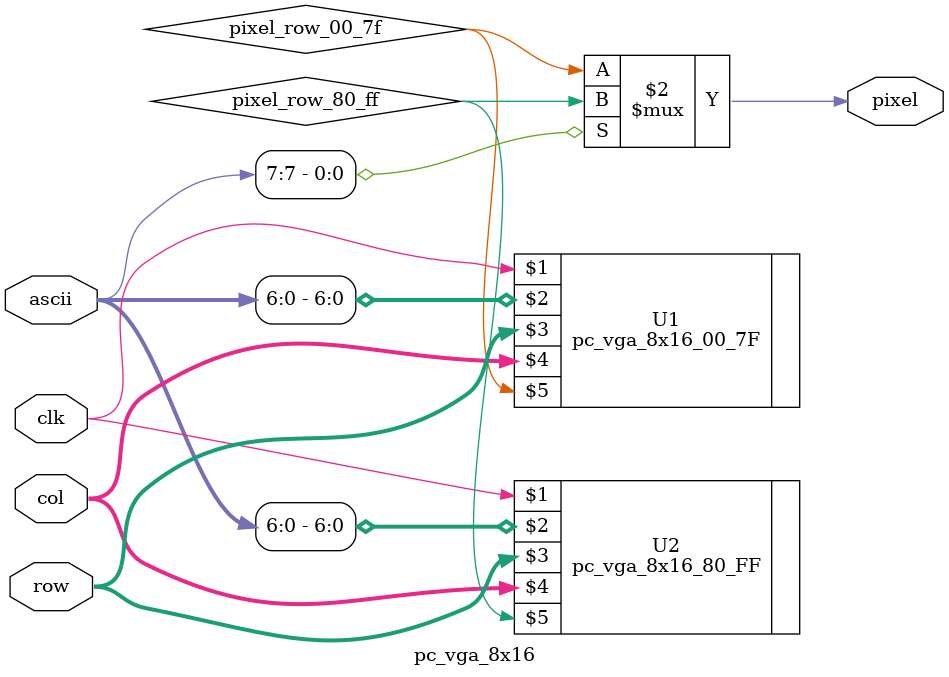
<source format=v>
/*
 * This file implements a Character ROM for translating ASCII
 * character codes into 8x16 pixel image.
 *
 * The input to the module is:
 *  1) 8 bit ASCII code,
 *  2) column select, 0..7, which indicates which of the 8 pixels of the character
 *     image will be returned
 *  3) row select, 0..15, which indicates which of the 16 rows of pixels of the character
 *     image will be returned
 */

module pc_vga_8x16 (
	input	clk,
	input	[2:0]	col,
	input	[3:0]	row,
	input	[7:0]	ascii,
	output	pixel
);

wire  pixel_row_00_7f;
wire  pixel_row_80_ff;

// Instances
pc_vga_8x16_00_7F U1 (clk, ascii[6:0], row, col, pixel_row_00_7f);
pc_vga_8x16_80_FF U2 (clk, ascii[6:0], row, col, pixel_row_80_ff);

assign pixel = ( ascii[7] == 0) ? pixel_row_00_7f : pixel_row_80_ff;

endmodule 
</source>
